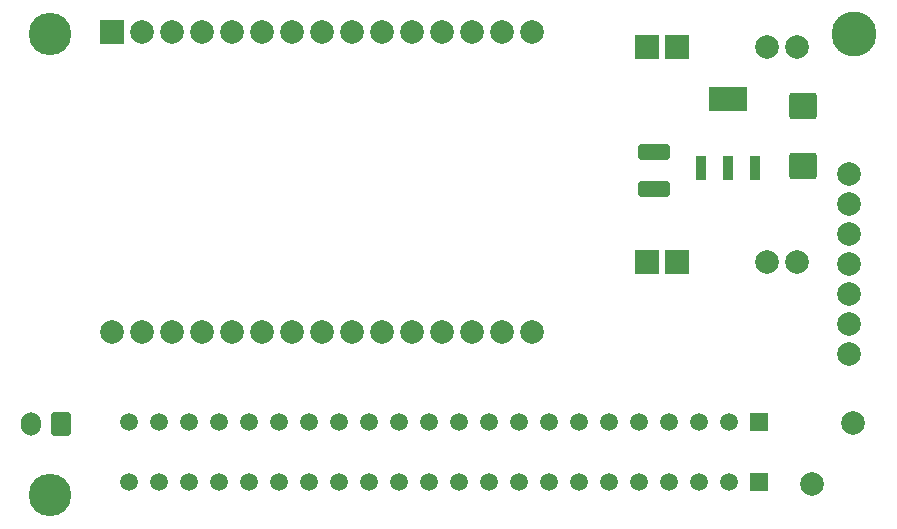
<source format=gbr>
%TF.GenerationSoftware,KiCad,Pcbnew,7.0.6*%
%TF.CreationDate,2023-07-22T23:51:01+02:00*%
%TF.ProjectId,Ctrl-MC Dsiplay Module PCB ver1,4374726c-2d4d-4432-9044-7369706c6179,rev?*%
%TF.SameCoordinates,Original*%
%TF.FileFunction,Soldermask,Top*%
%TF.FilePolarity,Negative*%
%FSLAX46Y46*%
G04 Gerber Fmt 4.6, Leading zero omitted, Abs format (unit mm)*
G04 Created by KiCad (PCBNEW 7.0.6) date 2023-07-22 23:51:01*
%MOMM*%
%LPD*%
G01*
G04 APERTURE LIST*
G04 Aperture macros list*
%AMRoundRect*
0 Rectangle with rounded corners*
0 $1 Rounding radius*
0 $2 $3 $4 $5 $6 $7 $8 $9 X,Y pos of 4 corners*
0 Add a 4 corners polygon primitive as box body*
4,1,4,$2,$3,$4,$5,$6,$7,$8,$9,$2,$3,0*
0 Add four circle primitives for the rounded corners*
1,1,$1+$1,$2,$3*
1,1,$1+$1,$4,$5*
1,1,$1+$1,$6,$7*
1,1,$1+$1,$8,$9*
0 Add four rect primitives between the rounded corners*
20,1,$1+$1,$2,$3,$4,$5,0*
20,1,$1+$1,$4,$5,$6,$7,0*
20,1,$1+$1,$6,$7,$8,$9,0*
20,1,$1+$1,$8,$9,$2,$3,0*%
G04 Aperture macros list end*
%ADD10C,2.000000*%
%ADD11C,3.600000*%
%ADD12C,3.800000*%
%ADD13R,2.000000X2.000000*%
%ADD14RoundRect,0.250000X0.600000X0.750000X-0.600000X0.750000X-0.600000X-0.750000X0.600000X-0.750000X0*%
%ADD15O,1.700000X2.000000*%
%ADD16RoundRect,0.250000X0.925000X-0.875000X0.925000X0.875000X-0.925000X0.875000X-0.925000X-0.875000X0*%
%ADD17RoundRect,0.250000X-1.100000X0.412500X-1.100000X-0.412500X1.100000X-0.412500X1.100000X0.412500X0*%
%ADD18R,0.950000X2.150000*%
%ADD19R,3.250000X2.150000*%
%ADD20R,1.508000X1.508000*%
%ADD21C,1.508000*%
G04 APERTURE END LIST*
D10*
%TO.C,J1*%
X186362443Y-104896278D03*
X182862440Y-110096278D03*
%TD*%
%TO.C,OLED-DISP-MODULE1*%
X186055000Y-83810000D03*
X186055000Y-86350000D03*
X186055000Y-88890000D03*
X186055000Y-91430000D03*
X186055000Y-93970000D03*
X186055000Y-96510000D03*
X186055000Y-99050000D03*
D11*
X118405000Y-72000000D03*
X118405000Y-111000000D03*
D12*
X186405000Y-72000000D03*
%TD*%
D10*
%TO.C,PWR-MODULE1*%
X181610000Y-73025000D03*
X179070000Y-73025000D03*
D13*
X171450000Y-73025000D03*
X168910000Y-73025000D03*
D10*
X181610000Y-91225000D03*
X179070000Y-91225000D03*
D13*
X171450000Y-91225000D03*
X168910000Y-91225000D03*
%TD*%
%TO.C,EPS32-DEV-BOARD1*%
X123600000Y-71755000D03*
D10*
X126140000Y-71755000D03*
X128680000Y-71755000D03*
X131220000Y-71755000D03*
X133760000Y-71755000D03*
X136300000Y-71755000D03*
X138840000Y-71755000D03*
X141380000Y-71755000D03*
X143920000Y-71755000D03*
X146460000Y-71755000D03*
X149000000Y-71755000D03*
X151540000Y-71755000D03*
X154080000Y-71755000D03*
X156620000Y-71755000D03*
X159160000Y-71755000D03*
X159160000Y-97155000D03*
X156620000Y-97155000D03*
X154080000Y-97155000D03*
X151540000Y-97155000D03*
X149000000Y-97155000D03*
X146460000Y-97155000D03*
X143920000Y-97155000D03*
X141380000Y-97155000D03*
X138840000Y-97155000D03*
X136300000Y-97155000D03*
X133760000Y-97155000D03*
X131220000Y-97155000D03*
X128680000Y-97155000D03*
X126140000Y-97155000D03*
X123600000Y-97155000D03*
%TD*%
D14*
%TO.C,J3*%
X119298303Y-104936813D03*
D15*
X116798303Y-104936813D03*
%TD*%
D16*
%TO.C,C1*%
X182118000Y-83150000D03*
X182118000Y-78050000D03*
%TD*%
D17*
%TO.C,C2*%
X169545000Y-81965000D03*
X169545000Y-85090000D03*
%TD*%
D18*
%TO.C,LDO1*%
X173468000Y-83270000D03*
X175768000Y-83270000D03*
X178068000Y-83270000D03*
D19*
X175768000Y-77470000D03*
%TD*%
D20*
%TO.C,J2*%
X178435000Y-104775000D03*
X178435000Y-109855000D03*
D21*
X175895000Y-104775000D03*
X175895000Y-109855000D03*
X173355000Y-104775000D03*
X173355000Y-109855000D03*
X170815000Y-104775000D03*
X170815000Y-109855000D03*
X168275000Y-104775000D03*
X168275000Y-109855000D03*
X165735000Y-104775000D03*
X165735000Y-109855000D03*
X163195000Y-104775000D03*
X163195000Y-109855000D03*
X160655000Y-104775000D03*
X160655000Y-109855000D03*
X158115000Y-104775000D03*
X158115000Y-109855000D03*
X155575000Y-104775000D03*
X155575000Y-109855000D03*
X153035000Y-104775000D03*
X153035000Y-109855000D03*
X150495000Y-104775000D03*
X150495000Y-109855000D03*
X147955000Y-104775000D03*
X147955000Y-109855000D03*
X145415000Y-104775000D03*
X145415000Y-109855000D03*
X142875000Y-104775000D03*
X142875000Y-109855000D03*
X140335000Y-104775000D03*
X140335000Y-109855000D03*
X137795000Y-104775000D03*
X137795000Y-109855000D03*
X135255000Y-104775000D03*
X135255000Y-109855000D03*
X132715000Y-104775000D03*
X132715000Y-109855000D03*
X130175000Y-104775000D03*
X130175000Y-109855000D03*
X127635000Y-104775000D03*
X127635000Y-109855000D03*
X125095000Y-104775000D03*
X125095000Y-109855000D03*
%TD*%
M02*

</source>
